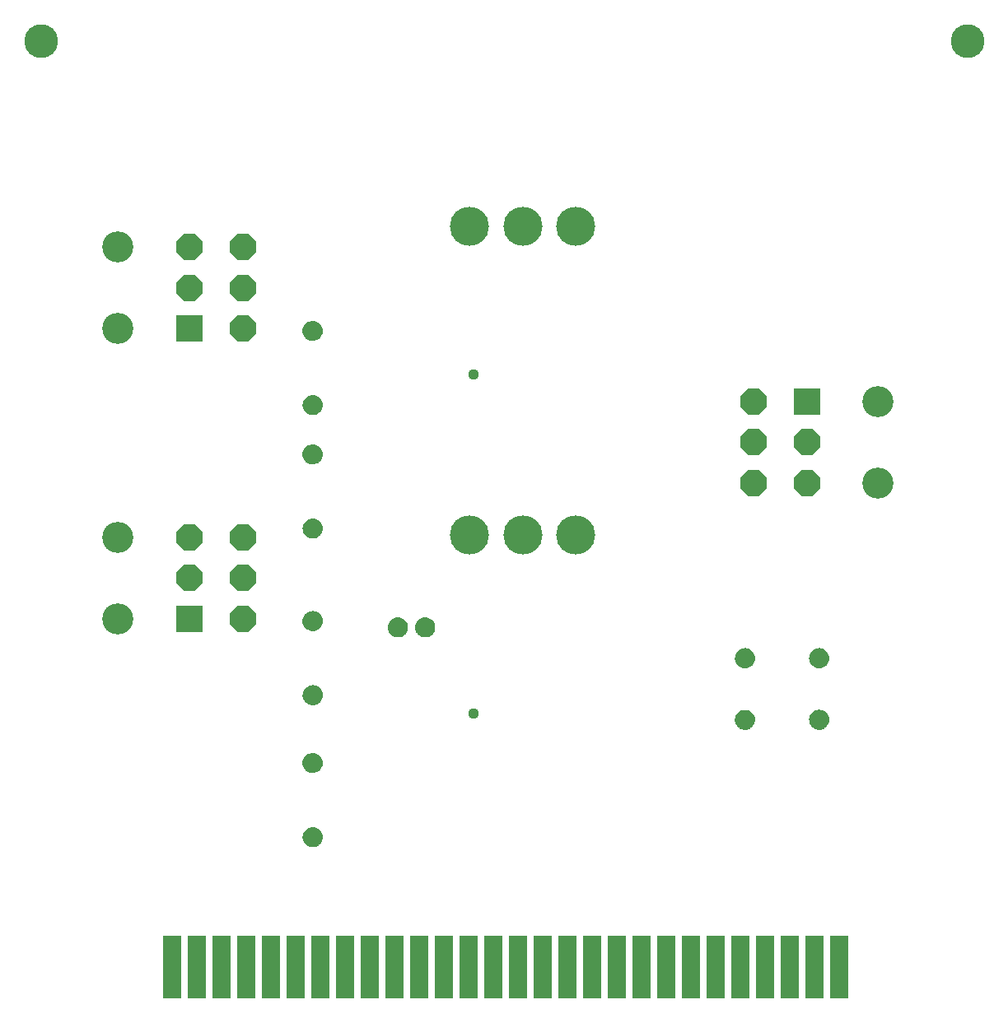
<source format=gbs>
G75*
%MOIN*%
%OFA0B0*%
%FSLAX25Y25*%
%IPPOS*%
%LPD*%
%AMOC8*
5,1,8,0,0,1.08239X$1,22.5*
%
%ADD10C,0.13650*%
%ADD11C,0.15800*%
%ADD12R,0.07300X0.25800*%
%ADD13OC8,0.10800*%
%ADD14R,0.10800X0.10800*%
%ADD15C,0.12611*%
%ADD16C,0.00500*%
%ADD17C,0.04369*%
D10*
X0013500Y0392500D03*
X0388500Y0392500D03*
D11*
X0230000Y0317500D03*
X0208500Y0317500D03*
X0187000Y0317500D03*
X0187000Y0192500D03*
X0208500Y0192500D03*
X0230000Y0192500D03*
D12*
X0066750Y0017500D03*
X0076750Y0017500D03*
X0086750Y0017500D03*
X0096750Y0017500D03*
X0106750Y0017500D03*
X0116750Y0017500D03*
X0126750Y0017500D03*
X0136750Y0017500D03*
X0146750Y0017500D03*
X0156750Y0017500D03*
X0166750Y0017500D03*
X0176750Y0017500D03*
X0186750Y0017500D03*
X0196750Y0017500D03*
X0206750Y0017500D03*
X0216750Y0017500D03*
X0226750Y0017500D03*
X0236750Y0017500D03*
X0246750Y0017500D03*
X0256750Y0017500D03*
X0266750Y0017500D03*
X0276750Y0017500D03*
X0286750Y0017500D03*
X0296750Y0017500D03*
X0306750Y0017500D03*
X0316750Y0017500D03*
X0326750Y0017500D03*
X0336750Y0017500D03*
D13*
X0323500Y0213500D03*
X0323500Y0230000D03*
X0301800Y0230000D03*
X0301800Y0213500D03*
X0301800Y0246500D03*
X0095200Y0276000D03*
X0095200Y0292500D03*
X0095200Y0309000D03*
X0073500Y0309000D03*
X0073500Y0292500D03*
X0073500Y0191500D03*
X0073500Y0175000D03*
X0095200Y0175000D03*
X0095200Y0158500D03*
X0095200Y0191500D03*
D14*
X0073500Y0158500D03*
X0073500Y0276000D03*
X0323500Y0246500D03*
D15*
X0352240Y0246500D03*
X0352240Y0213500D03*
X0044760Y0191500D03*
X0044760Y0158500D03*
X0044760Y0276000D03*
X0044760Y0309000D03*
D16*
X0119967Y0276325D02*
X0119787Y0275688D01*
X0119720Y0275030D01*
X0119785Y0274372D01*
X0119964Y0273735D01*
X0120251Y0273138D01*
X0120637Y0272601D01*
X0121110Y0272139D01*
X0121656Y0271766D01*
X0122259Y0271494D01*
X0122900Y0271330D01*
X0123560Y0271280D01*
X0124283Y0271361D01*
X0124976Y0271582D01*
X0125613Y0271933D01*
X0126169Y0272402D01*
X0126622Y0272970D01*
X0126957Y0273616D01*
X0127158Y0274315D01*
X0127220Y0275040D01*
X0127157Y0275761D01*
X0126955Y0276455D01*
X0126621Y0277097D01*
X0126168Y0277661D01*
X0125614Y0278126D01*
X0124979Y0278474D01*
X0124289Y0278691D01*
X0123570Y0278770D01*
X0122910Y0278722D01*
X0122269Y0278560D01*
X0121665Y0278289D01*
X0121118Y0277918D01*
X0120643Y0277457D01*
X0120256Y0276920D01*
X0119967Y0276325D01*
X0119929Y0276190D02*
X0127032Y0276190D01*
X0127163Y0275692D02*
X0119788Y0275692D01*
X0119736Y0275193D02*
X0127207Y0275193D01*
X0127191Y0274695D02*
X0119753Y0274695D01*
X0119834Y0274196D02*
X0127124Y0274196D01*
X0126980Y0273698D02*
X0119982Y0273698D01*
X0120221Y0273199D02*
X0126741Y0273199D01*
X0126407Y0272701D02*
X0120565Y0272701D01*
X0121045Y0272202D02*
X0125932Y0272202D01*
X0125197Y0271704D02*
X0121794Y0271704D01*
X0120144Y0276689D02*
X0126833Y0276689D01*
X0126548Y0277187D02*
X0120448Y0277187D01*
X0120879Y0277686D02*
X0126139Y0277686D01*
X0125508Y0278184D02*
X0121510Y0278184D01*
X0122755Y0278683D02*
X0124317Y0278683D01*
X0123600Y0248740D02*
X0124319Y0248662D01*
X0125009Y0248444D01*
X0125644Y0248096D01*
X0126198Y0247631D01*
X0126651Y0247067D01*
X0126985Y0246425D01*
X0127187Y0245731D01*
X0127250Y0245010D01*
X0127188Y0244285D01*
X0126987Y0243586D01*
X0126652Y0242940D01*
X0126198Y0242372D01*
X0125642Y0241903D01*
X0125006Y0241552D01*
X0124313Y0241331D01*
X0123590Y0241250D01*
X0122930Y0241300D01*
X0122289Y0241464D01*
X0121686Y0241736D01*
X0121140Y0242109D01*
X0120666Y0242571D01*
X0120281Y0243109D01*
X0119994Y0243705D01*
X0119815Y0244342D01*
X0119750Y0245000D01*
X0119817Y0245658D01*
X0119997Y0246295D01*
X0120286Y0246890D01*
X0120673Y0247427D01*
X0121148Y0247888D01*
X0121695Y0248259D01*
X0122299Y0248530D01*
X0122940Y0248692D01*
X0123600Y0248740D01*
X0125320Y0248274D02*
X0121727Y0248274D01*
X0121032Y0247775D02*
X0126026Y0247775D01*
X0126482Y0247277D02*
X0120565Y0247277D01*
X0120231Y0246778D02*
X0126801Y0246778D01*
X0127027Y0246279D02*
X0119993Y0246279D01*
X0119852Y0245781D02*
X0127172Y0245781D01*
X0127226Y0245282D02*
X0119778Y0245282D01*
X0119771Y0244784D02*
X0127231Y0244784D01*
X0127188Y0244285D02*
X0119831Y0244285D01*
X0119971Y0243787D02*
X0127045Y0243787D01*
X0126832Y0243288D02*
X0120194Y0243288D01*
X0120509Y0242790D02*
X0126532Y0242790D01*
X0126103Y0242291D02*
X0120953Y0242291D01*
X0121603Y0241793D02*
X0125443Y0241793D01*
X0123982Y0241294D02*
X0123006Y0241294D01*
X0123570Y0228770D02*
X0124289Y0228691D01*
X0124979Y0228474D01*
X0125614Y0228126D01*
X0126168Y0227661D01*
X0126621Y0227097D01*
X0126955Y0226455D01*
X0127157Y0225761D01*
X0127220Y0225040D01*
X0127158Y0224315D01*
X0126957Y0223616D01*
X0126622Y0222970D01*
X0126169Y0222402D01*
X0125613Y0221933D01*
X0124976Y0221582D01*
X0124283Y0221361D01*
X0123560Y0221280D01*
X0122900Y0221330D01*
X0122259Y0221494D01*
X0121656Y0221766D01*
X0121110Y0222139D01*
X0120637Y0222601D01*
X0120251Y0223138D01*
X0119964Y0223735D01*
X0119785Y0224372D01*
X0119720Y0225030D01*
X0119787Y0225688D01*
X0119967Y0226325D01*
X0120256Y0226920D01*
X0120643Y0227457D01*
X0121118Y0227918D01*
X0121665Y0228289D01*
X0122269Y0228560D01*
X0122910Y0228722D01*
X0123570Y0228770D01*
X0125236Y0228333D02*
X0121763Y0228333D01*
X0121032Y0227835D02*
X0125961Y0227835D01*
X0126429Y0227336D02*
X0120556Y0227336D01*
X0120216Y0226838D02*
X0126756Y0226838D01*
X0126989Y0226339D02*
X0119974Y0226339D01*
X0119830Y0225841D02*
X0127134Y0225841D01*
X0127194Y0225342D02*
X0119752Y0225342D01*
X0119738Y0224843D02*
X0127203Y0224843D01*
X0127161Y0224345D02*
X0119793Y0224345D01*
X0119933Y0223846D02*
X0127023Y0223846D01*
X0126818Y0223348D02*
X0120150Y0223348D01*
X0120458Y0222849D02*
X0126526Y0222849D01*
X0126108Y0222351D02*
X0120893Y0222351D01*
X0121530Y0221852D02*
X0125466Y0221852D01*
X0124217Y0221354D02*
X0122807Y0221354D01*
X0123600Y0198740D02*
X0124319Y0198662D01*
X0125009Y0198444D01*
X0125644Y0198096D01*
X0126198Y0197631D01*
X0126651Y0197067D01*
X0126985Y0196425D01*
X0127187Y0195731D01*
X0127250Y0195010D01*
X0127188Y0194285D01*
X0126987Y0193586D01*
X0126652Y0192940D01*
X0126198Y0192372D01*
X0125642Y0191903D01*
X0125006Y0191552D01*
X0124313Y0191331D01*
X0123590Y0191250D01*
X0122930Y0191300D01*
X0122289Y0191464D01*
X0121686Y0191736D01*
X0121140Y0192109D01*
X0120666Y0192571D01*
X0120281Y0193109D01*
X0119994Y0193705D01*
X0119815Y0194342D01*
X0119750Y0195000D01*
X0119817Y0195658D01*
X0119997Y0196295D01*
X0120286Y0196890D01*
X0120673Y0197427D01*
X0121148Y0197888D01*
X0121695Y0198259D01*
X0122299Y0198530D01*
X0122940Y0198692D01*
X0123600Y0198740D01*
X0125049Y0198422D02*
X0122059Y0198422D01*
X0121201Y0197924D02*
X0125849Y0197924D01*
X0126363Y0197425D02*
X0120672Y0197425D01*
X0120312Y0196927D02*
X0126724Y0196927D01*
X0126983Y0196428D02*
X0120062Y0196428D01*
X0119894Y0195930D02*
X0127129Y0195930D01*
X0127213Y0195431D02*
X0119794Y0195431D01*
X0119756Y0194933D02*
X0127243Y0194933D01*
X0127201Y0194434D02*
X0119806Y0194434D01*
X0119929Y0193936D02*
X0127088Y0193936D01*
X0126909Y0193437D02*
X0120122Y0193437D01*
X0120402Y0192939D02*
X0126651Y0192939D01*
X0126253Y0192440D02*
X0120801Y0192440D01*
X0121385Y0191942D02*
X0125688Y0191942D01*
X0124664Y0191443D02*
X0122369Y0191443D01*
X0123570Y0161270D02*
X0124289Y0161191D01*
X0124979Y0160974D01*
X0125614Y0160626D01*
X0126168Y0160161D01*
X0126621Y0159597D01*
X0126955Y0158955D01*
X0127157Y0158261D01*
X0127220Y0157540D01*
X0127158Y0156815D01*
X0126957Y0156116D01*
X0126622Y0155470D01*
X0126169Y0154902D01*
X0125613Y0154433D01*
X0124976Y0154082D01*
X0124283Y0153861D01*
X0123560Y0153780D01*
X0122900Y0153830D01*
X0122259Y0153994D01*
X0121656Y0154266D01*
X0121110Y0154639D01*
X0120637Y0155101D01*
X0120251Y0155638D01*
X0119964Y0156235D01*
X0119785Y0156872D01*
X0119720Y0157530D01*
X0119787Y0158188D01*
X0119967Y0158825D01*
X0120256Y0159420D01*
X0120643Y0159957D01*
X0121118Y0160418D01*
X0121665Y0160789D01*
X0122269Y0161060D01*
X0122910Y0161222D01*
X0123570Y0161270D01*
X0124789Y0161034D02*
X0122211Y0161034D01*
X0121291Y0160536D02*
X0125722Y0160536D01*
X0126267Y0160037D02*
X0120726Y0160037D01*
X0120341Y0159539D02*
X0126651Y0159539D01*
X0126911Y0159040D02*
X0120072Y0159040D01*
X0119887Y0158541D02*
X0127075Y0158541D01*
X0127176Y0158043D02*
X0119772Y0158043D01*
X0119721Y0157544D02*
X0127220Y0157544D01*
X0127178Y0157046D02*
X0119768Y0157046D01*
X0119876Y0156547D02*
X0127081Y0156547D01*
X0126922Y0156049D02*
X0120053Y0156049D01*
X0120314Y0155550D02*
X0126664Y0155550D01*
X0126288Y0155052D02*
X0120687Y0155052D01*
X0121235Y0154553D02*
X0125755Y0154553D01*
X0124891Y0154055D02*
X0122123Y0154055D01*
X0123600Y0131240D02*
X0124319Y0131162D01*
X0125009Y0130944D01*
X0125644Y0130596D01*
X0126198Y0130131D01*
X0126651Y0129567D01*
X0126985Y0128925D01*
X0127187Y0128231D01*
X0127250Y0127510D01*
X0127188Y0126785D01*
X0126987Y0126086D01*
X0126652Y0125440D01*
X0126198Y0124872D01*
X0125642Y0124403D01*
X0125006Y0124052D01*
X0124313Y0123831D01*
X0123590Y0123750D01*
X0122930Y0123800D01*
X0122289Y0123964D01*
X0121686Y0124236D01*
X0121140Y0124609D01*
X0120666Y0125071D01*
X0120281Y0125609D01*
X0119994Y0126205D01*
X0119815Y0126842D01*
X0119750Y0127500D01*
X0119817Y0128158D01*
X0119997Y0128795D01*
X0120286Y0129390D01*
X0120673Y0129927D01*
X0121148Y0130388D01*
X0121695Y0130759D01*
X0122299Y0131030D01*
X0122940Y0131192D01*
X0123600Y0131240D01*
X0124440Y0131123D02*
X0122668Y0131123D01*
X0121497Y0130625D02*
X0125591Y0130625D01*
X0126202Y0130126D02*
X0120879Y0130126D01*
X0120457Y0129628D02*
X0126602Y0129628D01*
X0126878Y0129129D02*
X0120159Y0129129D01*
X0119951Y0128631D02*
X0127070Y0128631D01*
X0127196Y0128132D02*
X0119814Y0128132D01*
X0119763Y0127634D02*
X0127239Y0127634D01*
X0127218Y0127135D02*
X0119786Y0127135D01*
X0119873Y0126637D02*
X0127146Y0126637D01*
X0127002Y0126138D02*
X0120026Y0126138D01*
X0120266Y0125640D02*
X0126755Y0125640D01*
X0126413Y0125141D02*
X0120616Y0125141D01*
X0121105Y0124643D02*
X0125927Y0124643D01*
X0125173Y0124144D02*
X0121889Y0124144D01*
X0123570Y0103770D02*
X0124289Y0103691D01*
X0124979Y0103474D01*
X0125614Y0103126D01*
X0126168Y0102661D01*
X0126621Y0102097D01*
X0126955Y0101455D01*
X0127157Y0100761D01*
X0127220Y0100040D01*
X0127158Y0099315D01*
X0126957Y0098616D01*
X0126622Y0097970D01*
X0126169Y0097402D01*
X0125613Y0096933D01*
X0124976Y0096582D01*
X0124283Y0096361D01*
X0123560Y0096280D01*
X0122900Y0096330D01*
X0122259Y0096494D01*
X0121656Y0096766D01*
X0121110Y0097139D01*
X0120637Y0097601D01*
X0120251Y0098138D01*
X0119964Y0098735D01*
X0119785Y0099372D01*
X0119720Y0100030D01*
X0119787Y0100688D01*
X0119967Y0101325D01*
X0120256Y0101920D01*
X0120643Y0102457D01*
X0121118Y0102918D01*
X0121665Y0103289D01*
X0122269Y0103560D01*
X0122910Y0103722D01*
X0123570Y0103770D01*
X0124163Y0103705D02*
X0122844Y0103705D01*
X0121544Y0103207D02*
X0125467Y0103207D01*
X0126112Y0102708D02*
X0120902Y0102708D01*
X0120465Y0102210D02*
X0126530Y0102210D01*
X0126821Y0101711D02*
X0120155Y0101711D01*
X0119936Y0101213D02*
X0127025Y0101213D01*
X0127161Y0100714D02*
X0119794Y0100714D01*
X0119739Y0100216D02*
X0127205Y0100216D01*
X0127193Y0099717D02*
X0119751Y0099717D01*
X0119828Y0099219D02*
X0127131Y0099219D01*
X0126987Y0098720D02*
X0119971Y0098720D01*
X0120211Y0098222D02*
X0126752Y0098222D01*
X0126425Y0097723D02*
X0120549Y0097723D01*
X0121022Y0097225D02*
X0125958Y0097225D01*
X0125237Y0096726D02*
X0121745Y0096726D01*
X0123600Y0073740D02*
X0124319Y0073662D01*
X0125009Y0073444D01*
X0125644Y0073096D01*
X0126198Y0072631D01*
X0126651Y0072067D01*
X0126985Y0071425D01*
X0127187Y0070731D01*
X0127250Y0070010D01*
X0127188Y0069285D01*
X0126987Y0068586D01*
X0126652Y0067940D01*
X0126198Y0067372D01*
X0125642Y0066903D01*
X0125006Y0066552D01*
X0124313Y0066331D01*
X0123590Y0066250D01*
X0122930Y0066300D01*
X0122289Y0066464D01*
X0121686Y0066736D01*
X0121140Y0067109D01*
X0120666Y0067571D01*
X0120281Y0068109D01*
X0119994Y0068705D01*
X0119815Y0069342D01*
X0119750Y0070000D01*
X0119817Y0070658D01*
X0119997Y0071295D01*
X0120286Y0071890D01*
X0120673Y0072427D01*
X0121148Y0072888D01*
X0121695Y0073259D01*
X0122299Y0073530D01*
X0122940Y0073692D01*
X0123600Y0073740D01*
X0125279Y0073296D02*
X0121777Y0073296D01*
X0121055Y0072798D02*
X0126000Y0072798D01*
X0126464Y0072299D02*
X0120581Y0072299D01*
X0120242Y0071801D02*
X0126789Y0071801D01*
X0127021Y0071302D02*
X0120001Y0071302D01*
X0119858Y0070803D02*
X0127166Y0070803D01*
X0127224Y0070305D02*
X0119781Y0070305D01*
X0119769Y0069806D02*
X0127233Y0069806D01*
X0127190Y0069308D02*
X0119825Y0069308D01*
X0119964Y0068809D02*
X0127051Y0068809D01*
X0126844Y0068311D02*
X0120183Y0068311D01*
X0120493Y0067812D02*
X0126550Y0067812D01*
X0126130Y0067314D02*
X0120930Y0067314D01*
X0121570Y0066815D02*
X0125483Y0066815D01*
X0124183Y0066317D02*
X0122864Y0066317D01*
X0156715Y0151478D02*
X0156120Y0151766D01*
X0155583Y0152153D01*
X0155122Y0152628D01*
X0154751Y0153175D01*
X0154480Y0153779D01*
X0154318Y0154420D01*
X0154270Y0155080D01*
X0154348Y0155800D01*
X0154566Y0156490D01*
X0154914Y0157124D01*
X0155379Y0157678D01*
X0155943Y0158131D01*
X0156585Y0158465D01*
X0157279Y0158667D01*
X0158000Y0158730D01*
X0158725Y0158669D01*
X0159423Y0158467D01*
X0160069Y0158133D01*
X0160638Y0157679D01*
X0161107Y0157123D01*
X0161458Y0156486D01*
X0161678Y0155793D01*
X0161759Y0155070D01*
X0161710Y0154410D01*
X0161546Y0153769D01*
X0161274Y0153166D01*
X0160901Y0152620D01*
X0160439Y0152147D01*
X0159901Y0151761D01*
X0159305Y0151474D01*
X0158668Y0151295D01*
X0158010Y0151230D01*
X0157352Y0151297D01*
X0156715Y0151478D01*
X0156540Y0151562D02*
X0159488Y0151562D01*
X0160319Y0152061D02*
X0155711Y0152061D01*
X0155189Y0152559D02*
X0160842Y0152559D01*
X0161200Y0153058D02*
X0154830Y0153058D01*
X0154580Y0153556D02*
X0161450Y0153556D01*
X0161619Y0154055D02*
X0154410Y0154055D01*
X0154308Y0154553D02*
X0161721Y0154553D01*
X0161758Y0155052D02*
X0154272Y0155052D01*
X0154321Y0155550D02*
X0161706Y0155550D01*
X0161597Y0156049D02*
X0154427Y0156049D01*
X0154598Y0156547D02*
X0161424Y0156547D01*
X0161149Y0157046D02*
X0154871Y0157046D01*
X0155267Y0157544D02*
X0160751Y0157544D01*
X0160182Y0158043D02*
X0155833Y0158043D01*
X0156847Y0158541D02*
X0159165Y0158541D01*
X0165586Y0156490D02*
X0165934Y0157124D01*
X0166399Y0157678D01*
X0166963Y0158131D01*
X0167605Y0158465D01*
X0168299Y0158667D01*
X0169020Y0158730D01*
X0169745Y0158669D01*
X0170444Y0158467D01*
X0171090Y0158133D01*
X0171658Y0157679D01*
X0172127Y0157123D01*
X0172478Y0156486D01*
X0172699Y0155793D01*
X0172780Y0155070D01*
X0172730Y0154410D01*
X0172566Y0153769D01*
X0172294Y0153166D01*
X0171921Y0152620D01*
X0171459Y0152147D01*
X0170921Y0151761D01*
X0170325Y0151474D01*
X0169688Y0151295D01*
X0169030Y0151230D01*
X0168372Y0151297D01*
X0167735Y0151478D01*
X0167140Y0151766D01*
X0166603Y0152153D01*
X0166142Y0152628D01*
X0165771Y0153175D01*
X0165500Y0153779D01*
X0165338Y0154420D01*
X0165290Y0155080D01*
X0165368Y0155800D01*
X0165586Y0156490D01*
X0165618Y0156547D02*
X0172444Y0156547D01*
X0172617Y0156049D02*
X0165447Y0156049D01*
X0165341Y0155550D02*
X0172726Y0155550D01*
X0172778Y0155052D02*
X0165292Y0155052D01*
X0165328Y0154553D02*
X0172741Y0154553D01*
X0172639Y0154055D02*
X0165430Y0154055D01*
X0165600Y0153556D02*
X0172470Y0153556D01*
X0172220Y0153058D02*
X0165850Y0153058D01*
X0166209Y0152559D02*
X0171862Y0152559D01*
X0171339Y0152061D02*
X0166731Y0152061D01*
X0167560Y0151562D02*
X0170509Y0151562D01*
X0172169Y0157046D02*
X0165891Y0157046D01*
X0166287Y0157544D02*
X0171771Y0157544D01*
X0171202Y0158043D02*
X0166853Y0158043D01*
X0167867Y0158541D02*
X0170185Y0158541D01*
X0294800Y0143070D02*
X0294964Y0143711D01*
X0295236Y0144314D01*
X0295609Y0144860D01*
X0296071Y0145334D01*
X0296609Y0145719D01*
X0297205Y0146006D01*
X0297842Y0146185D01*
X0298500Y0146250D01*
X0299158Y0146183D01*
X0299795Y0146003D01*
X0300390Y0145714D01*
X0300927Y0145327D01*
X0301388Y0144852D01*
X0301759Y0144305D01*
X0302030Y0143701D01*
X0302192Y0143060D01*
X0302240Y0142400D01*
X0302162Y0141681D01*
X0301944Y0140991D01*
X0301596Y0140356D01*
X0301131Y0139802D01*
X0300567Y0139349D01*
X0299925Y0139015D01*
X0299231Y0138813D01*
X0298510Y0138750D01*
X0297785Y0138812D01*
X0297086Y0139013D01*
X0296440Y0139348D01*
X0295872Y0139802D01*
X0295403Y0140358D01*
X0295052Y0140994D01*
X0294831Y0141687D01*
X0294750Y0142410D01*
X0294800Y0143070D01*
X0294805Y0143088D02*
X0302185Y0143088D01*
X0302226Y0142589D02*
X0294764Y0142589D01*
X0294786Y0142091D02*
X0302206Y0142091D01*
X0302134Y0141592D02*
X0294862Y0141592D01*
X0295020Y0141094D02*
X0301977Y0141094D01*
X0301727Y0140595D02*
X0295272Y0140595D01*
X0295623Y0140097D02*
X0301378Y0140097D01*
X0300877Y0139598D02*
X0296127Y0139598D01*
X0296920Y0139100D02*
X0300087Y0139100D01*
X0302059Y0143586D02*
X0294932Y0143586D01*
X0295133Y0144085D02*
X0301858Y0144085D01*
X0301570Y0144583D02*
X0295420Y0144583D01*
X0295825Y0145082D02*
X0301165Y0145082D01*
X0300576Y0145580D02*
X0296415Y0145580D01*
X0297463Y0146079D02*
X0299527Y0146079D01*
X0298460Y0121220D02*
X0297739Y0121157D01*
X0297045Y0120955D01*
X0296403Y0120621D01*
X0295839Y0120168D01*
X0295374Y0119614D01*
X0295026Y0118979D01*
X0294809Y0118289D01*
X0294730Y0117570D01*
X0294778Y0116910D01*
X0294940Y0116269D01*
X0295211Y0115665D01*
X0295582Y0115118D01*
X0296043Y0114643D01*
X0296580Y0114256D01*
X0297175Y0113967D01*
X0297812Y0113787D01*
X0298470Y0113720D01*
X0299128Y0113785D01*
X0299765Y0113964D01*
X0300362Y0114251D01*
X0300899Y0114637D01*
X0301361Y0115110D01*
X0301734Y0115656D01*
X0302006Y0116259D01*
X0302170Y0116900D01*
X0302220Y0117560D01*
X0302139Y0118283D01*
X0301918Y0118976D01*
X0301567Y0119613D01*
X0301098Y0120169D01*
X0300530Y0120622D01*
X0299884Y0120957D01*
X0299185Y0121158D01*
X0298460Y0121220D01*
X0297726Y0121153D02*
X0299203Y0121153D01*
X0300467Y0120655D02*
X0296468Y0120655D01*
X0295829Y0120156D02*
X0301109Y0120156D01*
X0301529Y0119658D02*
X0295411Y0119658D01*
X0295125Y0119159D02*
X0301817Y0119159D01*
X0302019Y0118661D02*
X0294926Y0118661D01*
X0294795Y0118162D02*
X0302152Y0118162D01*
X0302208Y0117664D02*
X0294740Y0117664D01*
X0294759Y0117165D02*
X0302190Y0117165D01*
X0302110Y0116667D02*
X0294840Y0116667D01*
X0294985Y0116168D02*
X0301965Y0116168D01*
X0301740Y0115670D02*
X0295209Y0115670D01*
X0295546Y0115171D02*
X0301403Y0115171D01*
X0300934Y0114672D02*
X0296015Y0114672D01*
X0296749Y0114174D02*
X0300202Y0114174D01*
X0324808Y0116940D02*
X0324760Y0117600D01*
X0324838Y0118319D01*
X0325056Y0119009D01*
X0325404Y0119644D01*
X0325869Y0120198D01*
X0326433Y0120651D01*
X0327075Y0120985D01*
X0327769Y0121187D01*
X0328490Y0121250D01*
X0329215Y0121188D01*
X0329914Y0120987D01*
X0330560Y0120652D01*
X0331128Y0120198D01*
X0331597Y0119642D01*
X0331948Y0119006D01*
X0332169Y0118313D01*
X0332250Y0117590D01*
X0332200Y0116930D01*
X0332036Y0116289D01*
X0331764Y0115686D01*
X0331391Y0115140D01*
X0330929Y0114666D01*
X0330391Y0114281D01*
X0329795Y0113994D01*
X0329158Y0113815D01*
X0328500Y0113750D01*
X0327842Y0113817D01*
X0327205Y0113997D01*
X0326610Y0114286D01*
X0326073Y0114673D01*
X0325612Y0115148D01*
X0325241Y0115695D01*
X0324970Y0116299D01*
X0324808Y0116940D01*
X0324792Y0117165D02*
X0332218Y0117165D01*
X0332241Y0117664D02*
X0324767Y0117664D01*
X0324821Y0118162D02*
X0332185Y0118162D01*
X0332058Y0118661D02*
X0324946Y0118661D01*
X0325138Y0119159D02*
X0331864Y0119159D01*
X0331584Y0119658D02*
X0325416Y0119658D01*
X0325834Y0120156D02*
X0331164Y0120156D01*
X0330555Y0120655D02*
X0326441Y0120655D01*
X0327653Y0121153D02*
X0329337Y0121153D01*
X0332133Y0116667D02*
X0324877Y0116667D01*
X0325028Y0116168D02*
X0331982Y0116168D01*
X0331753Y0115670D02*
X0325258Y0115670D01*
X0325596Y0115171D02*
X0331412Y0115171D01*
X0330935Y0114672D02*
X0326074Y0114672D01*
X0326840Y0114174D02*
X0330170Y0114174D01*
X0328540Y0138780D02*
X0329261Y0138843D01*
X0329955Y0139045D01*
X0330597Y0139379D01*
X0331161Y0139832D01*
X0331626Y0140386D01*
X0331974Y0141021D01*
X0332191Y0141711D01*
X0332270Y0142430D01*
X0332222Y0143090D01*
X0332060Y0143731D01*
X0331789Y0144335D01*
X0331418Y0144882D01*
X0330957Y0145357D01*
X0330420Y0145744D01*
X0329825Y0146033D01*
X0329188Y0146213D01*
X0328530Y0146280D01*
X0327872Y0146215D01*
X0327235Y0146036D01*
X0326638Y0145749D01*
X0326101Y0145363D01*
X0325639Y0144890D01*
X0325266Y0144344D01*
X0324994Y0143741D01*
X0324830Y0143100D01*
X0324780Y0142440D01*
X0324861Y0141717D01*
X0325082Y0141024D01*
X0325433Y0140387D01*
X0325902Y0139831D01*
X0326470Y0139378D01*
X0327116Y0139043D01*
X0327815Y0138842D01*
X0328540Y0138780D01*
X0330059Y0139100D02*
X0327008Y0139100D01*
X0326194Y0139598D02*
X0330869Y0139598D01*
X0331383Y0140097D02*
X0325678Y0140097D01*
X0325319Y0140595D02*
X0331741Y0140595D01*
X0331997Y0141094D02*
X0325060Y0141094D01*
X0324901Y0141592D02*
X0332154Y0141592D01*
X0332233Y0142091D02*
X0324819Y0142091D01*
X0324792Y0142589D02*
X0332258Y0142589D01*
X0332222Y0143088D02*
X0324829Y0143088D01*
X0324954Y0143586D02*
X0332097Y0143586D01*
X0331901Y0144085D02*
X0325149Y0144085D01*
X0325429Y0144583D02*
X0331621Y0144583D01*
X0331224Y0145082D02*
X0325826Y0145082D01*
X0326403Y0145580D02*
X0330647Y0145580D01*
X0329662Y0146079D02*
X0327387Y0146079D01*
D17*
X0188500Y0120000D03*
X0188500Y0257500D03*
M02*

</source>
